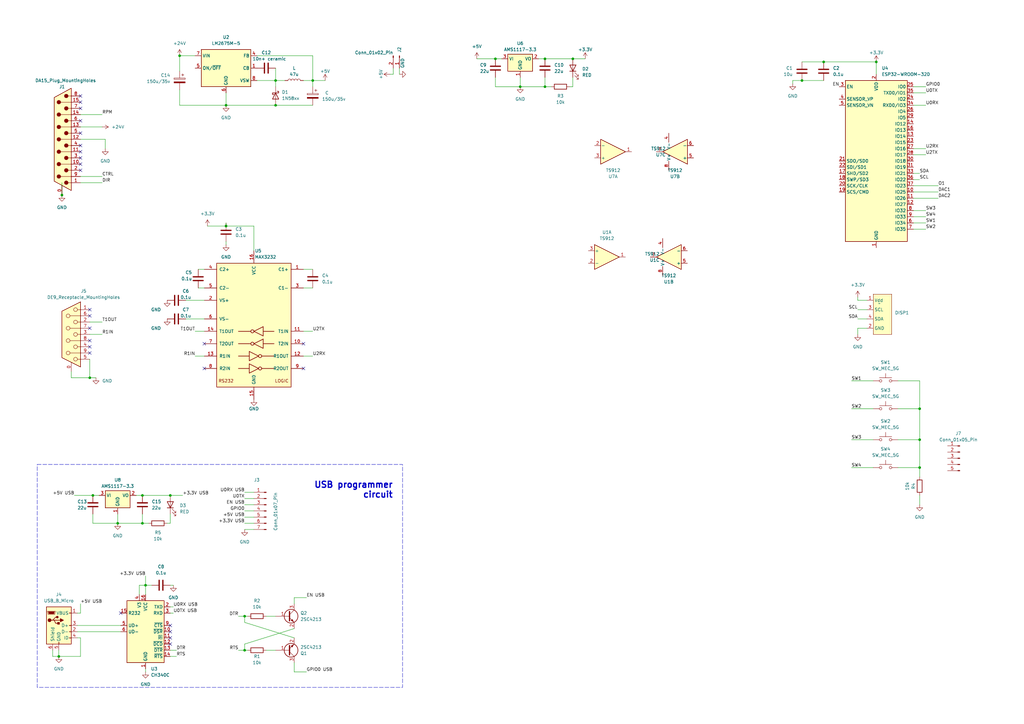
<source format=kicad_sch>
(kicad_sch (version 20230121) (generator eeschema)
  (paper "A3")
  (title_block (title "BLDC_driver") (company "Hubert Kolano"))
  (lib_symbols
    (symbol "Amplifier_Operational:TS912" (pin_names (offset 0.127))
      (property "Reference" "U" (at 0 5.08 0))
      (property "Value" "TS912" (at 0 -5.08 0))
      (symbol "TS912_1_1"
        (pin output line (at 7.62 0 180) (length 2.54) (name "~") (number "1"))
        (pin input line (at -7.62 -2.54 0) (length 2.54) (name "-") (number "2"))
        (pin input line (at -7.62 2.54 0) (length 2.54) (name "+") (number "3"))
      )
      (symbol "TS912_2_1"
        (pin input line (at -7.62 2.54 0) (length 2.54) (name "+") (number "5"))
        (pin input line (at -7.62 -2.54 0) (length 2.54) (name "-") (number "6"))
        (pin output line (at 7.62 0 180) (length 2.54) (name "~") (number "7"))
      )
      (symbol "TS912_3_1"
        (pin power_in line (at -2.54 -7.62 90) (length 3.81) (name "V-") (number "4"))
        (pin power_in line (at -2.54 7.62 270) (length 3.81) (name "V+") (number "8"))
      )
    )
    (symbol "Connector:Conn_01x02_Pin" (pin_names (offset 1.016) hide)
      (property "Reference" "J" (at 0 2.54 0))
      (property "Value" "Conn_01x02_Pin" (at 0 -5.08 0))
      (symbol "Conn_01x02_Pin_1_1"
        (pin passive line (at 5.08 0 180) (length 3.81) (name "Pin_1") (number "1"))
        (pin passive line (at 5.08 -2.54 180) (length 3.81) (name "Pin_2") (number "2"))
      )
    )
    (symbol "Connector:Conn_01x05_Pin" (pin_names (offset 1.016) hide)
      (property "Reference" "J" (at 0 7.62 0))
      (property "Value" "Conn_01x05_Pin" (at 0 -7.62 0))
      (symbol "Conn_01x05_Pin_1_1"
        (pin passive line (at 5.08 5.08 180) (length 3.81) (name "Pin_1") (number "1"))
        (pin passive line (at 5.08 2.54 180) (length 3.81) (name "Pin_2") (number "2"))
        (pin passive line (at 5.08 0 180) (length 3.81) (name "Pin_3") (number "3"))
        (pin passive line (at 5.08 -2.54 180) (length 3.81) (name "Pin_4") (number "4"))
        (pin passive line (at 5.08 -5.08 180) (length 3.81) (name "Pin_5") (number "5"))
      )
    )
    (symbol "Connector:Conn_01x07_Pin" (pin_names (offset 1.016) hide)
      (property "Reference" "J" (at 0 10.16 0))
      (property "Value" "Conn_01x07_Pin" (at 0 -10.16 0))
      (symbol "Conn_01x07_Pin_1_1"
        (pin passive line (at 5.08 7.62 180) (length 3.81) (name "Pin_1") (number "1"))
        (pin passive line (at 5.08 5.08 180) (length 3.81) (name "Pin_2") (number "2"))
        (pin passive line (at 5.08 2.54 180) (length 3.81) (name "Pin_3") (number "3"))
        (pin passive line (at 5.08 0 180) (length 3.81) (name "Pin_4") (number "4"))
        (pin passive line (at 5.08 -2.54 180) (length 3.81) (name "Pin_5") (number "5"))
        (pin passive line (at 5.08 -5.08 180) (length 3.81) (name "Pin_6") (number "6"))
        (pin passive line (at 5.08 -7.62 180) (length 3.81) (name "Pin_7") (number "7"))
      )
    )
    (symbol "Connector:DA15_Plug_MountingHoles" (pin_names (offset 1.016) hide)
      (property "Reference" "J" (at 0 24.13 0))
      (property "Value" "DA15_Plug_MountingHoles" (at 0 22.225 0))
      (symbol "DA15_Plug_MountingHoles_1_1"
        (pin passive line (at 0 -22.86 90) (length 3.81) (name "PAD") (number "0"))
        (pin passive line (at -7.62 -17.78 0) (length 3.81) (name "1") (number "1"))
        (pin passive line (at -7.62 -10.16 0) (length 3.81) (name "P10") (number "10"))
        (pin passive line (at -7.62 -5.08 0) (length 3.81) (name "P111") (number "11"))
        (pin passive line (at -7.62 0 0) (length 3.81) (name "P12") (number "12"))
        (pin passive line (at -7.62 5.08 0) (length 3.81) (name "P13") (number "13"))
        (pin passive line (at -7.62 10.16 0) (length 3.81) (name "P14") (number "14"))
        (pin passive line (at -7.62 15.24 0) (length 3.81) (name "P15") (number "15"))
        (pin passive line (at -7.62 -12.7 0) (length 3.81) (name "2") (number "2"))
        (pin passive line (at -7.62 -7.62 0) (length 3.81) (name "3") (number "3"))
        (pin passive line (at -7.62 -2.54 0) (length 3.81) (name "4") (number "4"))
        (pin passive line (at -7.62 2.54 0) (length 3.81) (name "5") (number "5"))
        (pin passive line (at -7.62 7.62 0) (length 3.81) (name "6") (number "6"))
        (pin passive line (at -7.62 12.7 0) (length 3.81) (name "7") (number "7"))
        (pin passive line (at -7.62 17.78 0) (length 3.81) (name "8") (number "8"))
        (pin passive line (at -7.62 -15.24 0) (length 3.81) (name "P9") (number "9"))
      )
    )
    (symbol "Connector:DE9_Receptacle_MountingHoles" (pin_names (offset 1.016) hide)
      (property "Reference" "J" (at 0 16.51 0))
      (property "Value" "DE9_Receptacle_MountingHoles" (at 0 14.605 0))
      (symbol "DE9_Receptacle_MountingHoles_1_1"
        (pin passive line (at 0 -15.24 90) (length 3.81) (name "PAD") (number "0"))
        (pin passive line (at -7.62 10.16 0) (length 3.81) (name "1") (number "1"))
        (pin passive line (at -7.62 5.08 0) (length 3.81) (name "2") (number "2"))
        (pin passive line (at -7.62 0 0) (length 3.81) (name "3") (number "3"))
        (pin passive line (at -7.62 -5.08 0) (length 3.81) (name "4") (number "4"))
        (pin passive line (at -7.62 -10.16 0) (length 3.81) (name "5") (number "5"))
        (pin passive line (at -7.62 7.62 0) (length 3.81) (name "6") (number "6"))
        (pin passive line (at -7.62 2.54 0) (length 3.81) (name "7") (number "7"))
        (pin passive line (at -7.62 -2.54 0) (length 3.81) (name "8") (number "8"))
        (pin passive line (at -7.62 -7.62 0) (length 3.81) (name "9") (number "9"))
      )
    )
    (symbol "Connector:USB_B_Micro" (pin_names (offset 1.016))
      (property "Reference" "J" (at -5.08 11.43 0))
      (property "Value" "USB_B_Micro" (at -5.08 8.89 0))
      (symbol "USB_B_Micro_1_1"
        (pin power_out line (at 7.62 5.08 180) (length 2.54) (name "VBUS") (number "1"))
        (pin bidirectional line (at 7.62 -2.54 180) (length 2.54) (name "D-") (number "2"))
        (pin bidirectional line (at 7.62 0 180) (length 2.54) (name "D+") (number "3"))
        (pin passive line (at 7.62 -5.08 180) (length 2.54) (name "ID") (number "4"))
        (pin power_out line (at 0 -10.16 90) (length 2.54) (name "GND") (number "5"))
        (pin passive line (at -2.54 -10.16 90) (length 2.54) (name "Shield") (number "6"))
      )
    )
    (symbol "Device:C" (pin_numbers hide) (pin_names (offset 0.254))
      (property "Reference" "C" (at 0.635 2.54 0))
      (property "Value" "C" (at 0.635 -2.54 0))
      (symbol "C_1_1"
        (pin passive line (at 0 3.81 270) (length 2.794) (name "~") (number "1"))
        (pin passive line (at 0 -3.81 90) (length 2.794) (name "~") (number "2"))
      )
    )
    (symbol "Device:C_Polarized" (pin_numbers hide) (pin_names (offset 0.254))
      (property "Reference" "C" (at 0.635 2.54 0))
      (property "Value" "C_Polarized" (at 0.635 -2.54 0))
      (symbol "C_Polarized_1_1"
        (pin passive line (at 0 3.81 270) (length 2.794) (name "~") (number "1"))
        (pin passive line (at 0 -3.81 90) (length 2.794) (name "~") (number "2"))
      )
    )
    (symbol "Device:L" (pin_numbers hide) (pin_names (offset 1.016) hide)
      (property "Reference" "L" (at -1.27 0 90))
      (property "Value" "L" (at 1.905 0 90))
      (symbol "L_1_1"
        (pin passive line (at 0 3.81 270) (length 1.27) (name "1") (number "1"))
        (pin passive line (at 0 -3.81 90) (length 1.27) (name "2") (number "2"))
      )
    )
    (symbol "Device:LED" (pin_numbers hide) (pin_names (offset 1.016) hide)
      (property "Reference" "D" (at 0 2.54 0))
      (property "Value" "LED" (at 0 -2.54 0))
      (symbol "LED_1_1"
        (pin passive line (at -3.81 0 0) (length 2.54) (name "K") (number "1"))
        (pin passive line (at 3.81 0 180) (length 2.54) (name "A") (number "2"))
      )
    )
    (symbol "Device:R" (pin_numbers hide) (pin_names (offset 0))
      (property "Reference" "R" (at 2.032 0 90))
      (property "Value" "R" (at 0 0 90))
      (symbol "R_1_1"
        (pin passive line (at 0 3.81 270) (length 1.27) (name "~") (number "1"))
        (pin passive line (at 0 -3.81 90) (length 1.27) (name "~") (number "2"))
      )
    )
    (symbol "Diode:1N5822" (pin_numbers hide) (pin_names (offset 1.016) hide)
      (property "Reference" "D" (at 0 2.54 0))
      (property "Value" "1N5822" (at 0 -2.54 0))
      (symbol "1N5822_1_1"
        (pin passive line (at -3.81 0 0) (length 2.54) (name "K") (number "1"))
        (pin passive line (at 3.81 0 180) (length 2.54) (name "A") (number "2"))
      )
    )
    (symbol "Interface_UART:MAX3232" (pin_names (offset 1.016))
      (property "Reference" "U" (at -2.54 28.575 0))
      (property "Value" "MAX3232" (at -2.54 26.67 0))
      (symbol "MAX3232_0_0"
        (text "LOGIC" (at -11.43 -22.86 0) (effects (font (size 1.27 1.27))))
        (text "RS232" (at 11.43 -22.86 0) (effects (font (size 1.27 1.27))))
      )
      (symbol "MAX3232_1_1"
        (pin passive line (at -20.32 22.86 0) (length 5.08) (name "C1+") (number "1"))
        (pin input line (at -20.32 -7.62 0) (length 5.08) (name "T2IN") (number "10"))
        (pin input line (at -20.32 -2.54 0) (length 5.08) (name "T1IN") (number "11"))
        (pin output line (at -20.32 -12.7 0) (length 5.08) (name "R1OUT") (number "12"))
        (pin input line (at 20.32 -12.7 180) (length 5.08) (name "R1IN") (number "13"))
        (pin output line (at 20.32 -2.54 180) (length 5.08) (name "T1OUT") (number "14"))
        (pin power_in line (at 0 -30.48 90) (length 5.08) (name "GND") (number "15"))
        (pin power_in line (at 0 30.48 270) (length 5.08) (name "VCC") (number "16"))
        (pin power_out line (at 20.32 10.16 180) (length 5.08) (name "VS+") (number "2"))
        (pin passive line (at -20.32 15.24 0) (length 5.08) (name "C1-") (number "3"))
        (pin passive line (at 20.32 22.86 180) (length 5.08) (name "C2+") (number "4"))
        (pin passive line (at 20.32 15.24 180) (length 5.08) (name "C2-") (number "5"))
        (pin power_out line (at 20.32 2.54 180) (length 5.08) (name "VS-") (number "6"))
        (pin output line (at 20.32 -7.62 180) (length 5.08) (name "T2OUT") (number "7"))
        (pin input line (at 20.32 -17.78 180) (length 5.08) (name "R2IN") (number "8"))
        (pin output line (at -20.32 -17.78 0) (length 5.08) (name "R2OUT") (number "9"))
      )
    )
    (symbol "Interface_USB:CH340C"
      (property "Reference" "U" (at -5.08 13.97 0))
      (property "Value" "CH340C" (at 1.27 13.97 0))
      (symbol "CH340C_1_1"
        (pin power_in line (at 0 -15.24 90) (length 2.54) (name "GND") (number "1"))
        (pin input line (at 10.16 0 180) (length 2.54) (name "~{DSR}") (number "10"))
        (pin input line (at 10.16 -2.54 180) (length 2.54) (name "~{RI}") (number "11"))
        (pin input line (at 10.16 -5.08 180) (length 2.54) (name "~{DCD}") (number "12"))
        (pin output line (at 10.16 -7.62 180) (length 2.54) (name "~{DTR}") (number "13"))
        (pin output line (at 10.16 -10.16 180) (length 2.54) (name "~{RTS}") (number "14"))
        (pin input line (at -10.16 7.62 0) (length 2.54) (name "R232") (number "15"))
        (pin power_in line (at 0 15.24 270) (length 2.54) (name "VCC") (number "16"))
        (pin output line (at 10.16 10.16 180) (length 2.54) (name "TXD") (number "2"))
        (pin input line (at 10.16 7.62 180) (length 2.54) (name "RXD") (number "3"))
        (pin passive line (at -2.54 15.24 270) (length 2.54) (name "V3") (number "4"))
        (pin bidirectional line (at -10.16 2.54 0) (length 2.54) (name "UD+") (number "5"))
        (pin bidirectional line (at -10.16 0 0) (length 2.54) (name "UD-") (number "6"))
        (pin no_connect line (at -7.62 -7.62 0) (length 2.54) hide (name "NC") (number "7"))
        (pin no_connect line (at -7.62 -10.16 0) (length 2.54) hide (name "NC") (number "8"))
        (pin input line (at 10.16 2.54 180) (length 2.54) (name "~{CTS}") (number "9"))
      )
    )
    (symbol "Modules:1.3''_OLED_DISPLAY"
      (property "Reference" "DISP1" (at 6.35 -2.54 0))
      (property "Value" "~" (at 0 1.27 0))
      (symbol "1.3''_OLED_DISPLAY_1_1"
        (pin input line (at -5.08 2.54 0) (length 2.54) (name "Vdd") (number "1"))
        (pin input line (at -5.08 -8.89 0) (length 2.54) (name "GND") (number "2"))
        (pin input line (at -5.08 -1.27 0) (length 2.54) (name "SCL") (number "3"))
        (pin input line (at -5.08 -5.08 0) (length 2.54) (name "SDA") (number "4"))
      )
    )
    (symbol "RF_Module:ESP32-WROOM-32D"
      (property "Reference" "U" (at -12.7 34.29 0))
      (property "Value" "ESP32-WROOM-32D" (at 1.27 34.29 0))
      (symbol "ESP32-WROOM-32D_1_1"
        (pin power_in line (at 0 -35.56 90) (length 2.54) (name "GND") (number "1"))
        (pin bidirectional line (at 15.24 -12.7 180) (length 2.54) (name "IO25") (number "10"))
        (pin bidirectional line (at 15.24 -15.24 180) (length 2.54) (name "IO26") (number "11"))
        (pin bidirectional line (at 15.24 -17.78 180) (length 2.54) (name "IO27") (number "12"))
        (pin bidirectional line (at 15.24 10.16 180) (length 2.54) (name "IO14") (number "13"))
        (pin bidirectional line (at 15.24 15.24 180) (length 2.54) (name "IO12") (number "14"))
        (pin passive line (at 0 -35.56 90) (length 2.54) hide (name "GND") (number "15"))
        (pin bidirectional line (at 15.24 12.7 180) (length 2.54) (name "IO13") (number "16"))
        (pin bidirectional line (at -15.24 -5.08 0) (length 2.54) (name "SHD/SD2") (number "17"))
        (pin bidirectional line (at -15.24 -7.62 0) (length 2.54) (name "SWP/SD3") (number "18"))
        (pin bidirectional line (at -15.24 -12.7 0) (length 2.54) (name "SCS/CMD") (number "19"))
        (pin power_in line (at 0 35.56 270) (length 2.54) (name "VDD") (number "2"))
        (pin bidirectional line (at -15.24 -10.16 0) (length 2.54) (name "SCK/CLK") (number "20"))
        (pin bidirectional line (at -15.24 0 0) (length 2.54) (name "SDO/SD0") (number "21"))
        (pin bidirectional line (at -15.24 -2.54 0) (length 2.54) (name "SDI/SD1") (number "22"))
        (pin bidirectional line (at 15.24 7.62 180) (length 2.54) (name "IO15") (number "23"))
        (pin bidirectional line (at 15.24 25.4 180) (length 2.54) (name "IO2") (number "24"))
        (pin bidirectional line (at 15.24 30.48 180) (length 2.54) (name "IO0") (number "25"))
        (pin bidirectional line (at 15.24 20.32 180) (length 2.54) (name "IO4") (number "26"))
        (pin bidirectional line (at 15.24 5.08 180) (length 2.54) (name "IO16") (number "27"))
        (pin bidirectional line (at 15.24 2.54 180) (length 2.54) (name "IO17") (number "28"))
        (pin bidirectional line (at 15.24 17.78 180) (length 2.54) (name "IO5") (number "29"))
        (pin input line (at -15.24 30.48 0) (length 2.54) (name "EN") (number "3"))
        (pin bidirectional line (at 15.24 0 180) (length 2.54) (name "IO18") (number "30"))
        (pin bidirectional line (at 15.24 -2.54 180) (length 2.54) (name "IO19") (number "31"))
        (pin no_connect line (at -12.7 -27.94 0) (length 2.54) hide (name "NC") (number "32"))
        (pin bidirectional line (at 15.24 -5.08 180) (length 2.54) (name "IO21") (number "33"))
        (pin bidirectional line (at 15.24 22.86 180) (length 2.54) (name "RXD0/IO3") (number "34"))
        (pin bidirectional line (at 15.24 27.94 180) (length 2.54) (name "TXD0/IO1") (number "35"))
        (pin bidirectional line (at 15.24 -7.62 180) (length 2.54) (name "IO22") (number "36"))
        (pin bidirectional line (at 15.24 -10.16 180) (length 2.54) (name "IO23") (number "37"))
        (pin passive line (at 0 -35.56 90) (length 2.54) hide (name "GND") (number "38"))
        (pin passive line (at 0 -35.56 90) (length 2.54) hide (name "GND") (number "39"))
        (pin input line (at -15.24 25.4 0) (length 2.54) (name "SENSOR_VP") (number "4"))
        (pin input line (at -15.24 22.86 0) (length 2.54) (name "SENSOR_VN") (number "5"))
        (pin input line (at 15.24 -25.4 180) (length 2.54) (name "IO34") (number "6"))
        (pin input line (at 15.24 -27.94 180) (length 2.54) (name "IO35") (number "7"))
        (pin bidirectional line (at 15.24 -20.32 180) (length 2.54) (name "IO32") (number "8"))
        (pin bidirectional line (at 15.24 -22.86 180) (length 2.54) (name "IO33") (number "9"))
      )
    )
    (symbol "Regulator_Linear:AMS1117-3.3"
      (property "Reference" "U" (at -3.81 3.175 0))
      (property "Value" "AMS1117-3.3" (at 0 3.175 0))
      (symbol "AMS1117-3.3_1_1"
        (pin power_in line (at 0 -7.62 90) (length 2.54) (name "GND") (number "1"))
        (pin power_out line (at 7.62 0 180) (length 2.54) (name "VO") (number "2"))
        (pin power_in line (at -7.62 0 0) (length 2.54) (name "VI") (number "3"))
      )
    )
    (symbol "Regulator_Switching:LM2675M-5"
      (property "Reference" "U" (at -10.16 8.89 0))
      (property "Value" "LM2675M-5" (at 0 8.89 0))
      (symbol "LM2675M-5_1_1"
        (pin input line (at 12.7 0 180) (length 2.54) (name "CB") (number "1"))
        (pin no_connect line (at -10.16 -2.54 0) (length 2.54) hide (name "NC") (number "2"))
        (pin no_connect line (at -10.16 -5.08 0) (length 2.54) hide (name "NC") (number "3"))
        (pin input line (at 12.7 5.08 180) (length 2.54) (name "FB") (number "4"))
        (pin input line (at -12.7 0 0) (length 2.54) (name "ON/~{OFF}") (number "5"))
        (pin power_in line (at 0 -10.16 90) (length 2.54) (name "GND") (number "6"))
        (pin power_in line (at -12.7 5.08 0) (length 2.54) (name "VIN") (number "7"))
        (pin output line (at 12.7 -5.08 180) (length 2.54) (name "VSW") (number "8"))
      )
    )
    (symbol "Switch:SW_MEC_5G" (pin_numbers hide) (pin_names (offset 1.016) hide)
      (property "Reference" "SW" (at 1.27 2.54 0))
      (property "Value" "SW_MEC_5G" (at 0 -1.524 0))
      (symbol "SW_MEC_5G_0_1"
        (pin passive line (at -5.08 0 0) (length 2.54) (name "A") (number "1"))
        (pin passive line (at 5.08 0 180) (length 2.54) (name "B") (number "3"))
      )
      (symbol "SW_MEC_5G_1_1"
        (pin passive line (at -5.08 0 0) (length 2.54) hide (name "A") (number "2"))
        (pin passive line (at 5.08 0 180) (length 2.54) hide (name "B") (number "4"))
      )
    )
    (symbol "Transistor_BJT:2SC4213" (pin_names (offset 0) hide)
      (property "Reference" "Q" (at 5.08 1.905 0))
      (property "Value" "2SC4213" (at 5.08 0 0))
      (symbol "2SC4213_1_1"
        (pin input line (at -5.08 0 0) (length 5.715) (name "B") (number "1"))
        (pin passive line (at 2.54 -5.08 90) (length 2.54) (name "E") (number "2"))
        (pin passive line (at 2.54 5.08 270) (length 2.54) (name "C") (number "3"))
      )
    )
    (symbol "power:+24V" (power) (pin_names (offset 0))
      (property "Value" "+24V" (at 0 3.556 0))
      (symbol "+24V_1_1"
        (pin power_in line (at 0 0 90) (length 0) hide (name "+24V") (number "1"))
      )
    )
    (symbol "power:+3.3V" (power) (pin_names (offset 0))
      (property "Value" "+3.3V" (at 0 3.556 0))
      (symbol "+3.3V_1_1"
        (pin power_in line (at 0 0 90) (length 0) hide (name "+3.3V") (number "1"))
      )
    )
    (symbol "power:+5V" (power) (pin_names (offset 0))
      (property "Value" "+5V" (at 0 3.556 0))
      (symbol "+5V_1_1"
        (pin power_in line (at 0 0 90) (length 0) hide (name "+5V") (number "1"))
      )
    )
    (symbol "power:GND" (power) (pin_names (offset 0))
      (property "Value" "GND" (at 0 -3.81 0))
      (symbol "GND_1_1"
        (pin power_in line (at 0 0 270) (length 0) hide (name "GND") (number "1"))
      )
    )
  )
  (junction (at 59.69 240.03))
  (junction (at 377.19 191.77))
  (junction (at 203.2 24.13))
  (junction (at 113.03 43.18))
  (junction (at 58.42 214.63))
  (junction (at 92.71 92.71))
  (junction (at 69.85 203.2))
  (junction (at 38.1 203.2))
  (junction (at 377.19 180.34))
  (junction (at 128.27 33.02))
  (junction (at 25.4 80.01))
  (junction (at 73.66 22.86))
  (junction (at 337.82 25.4))
  (junction (at 213.36 35.56))
  (junction (at 113.03 33.02))
  (junction (at 223.52 24.13))
  (junction (at 92.71 43.18))
  (junction (at 24.13 269.24))
  (junction (at 48.26 214.63))
  (junction (at 223.52 35.56))
  (junction (at 100.33 266.7))
  (junction (at 359.41 25.4))
  (junction (at 36.83 154.94))
  (junction (at 328.93 33.02))
  (junction (at 58.42 203.2))
  (junction (at 234.95 24.13))
  (junction (at 377.19 167.64))
  (junction (at 100.33 252.73))
  (no_connect (at 124.46 140.97))
  (no_connect (at 33.02 49.53))
  (no_connect (at 83.82 140.97))
  (no_connect (at 36.83 129.54))
  (no_connect (at 36.83 142.24))
  (no_connect (at 33.02 41.91))
  (no_connect (at 33.02 67.31))
  (no_connect (at 33.02 54.61))
  (no_connect (at 36.83 144.78))
  (no_connect (at 33.02 44.45))
  (no_connect (at 124.46 151.13))
  (no_connect (at 49.53 251.46))
  (no_connect (at 33.02 69.85))
  (no_connect (at 36.83 127))
  (no_connect (at 69.85 259.08))
  (no_connect (at 36.83 139.7))
  (no_connect (at 83.82 151.13))
  (no_connect (at 69.85 256.54))
  (no_connect (at 33.02 64.77))
  (no_connect (at 33.02 39.37))
  (no_connect (at 69.85 261.62))
  (no_connect (at 33.02 59.69))
  (no_connect (at 33.02 62.23))
  (no_connect (at 69.85 264.16))
  (no_connect (at 36.83 134.62))
  (wire (pts (xy 233.68 35.56) (xy 234.95 35.56)))
  (wire (pts (xy 21.59 269.24) (xy 24.13 269.24)))
  (wire (pts (xy 72.39 266.7) (xy 69.85 266.7)))
  (wire (pts (xy 92.71 38.1) (xy 92.71 43.18)))
  (wire (pts (xy 69.85 203.2) (xy 74.93 203.2)))
  (wire (pts (xy 36.83 132.08) (xy 41.91 132.08)))
  (wire (pts (xy 124.46 135.89) (xy 128.27 135.89)))
  (wire (pts (xy 38.1 214.63) (xy 48.26 214.63)))
  (wire (pts (xy 100.33 207.01) (xy 104.14 207.01)))
  (wire (pts (xy 73.66 22.86) (xy 80.01 22.86)))
  (wire (pts (xy 85.09 92.71) (xy 92.71 92.71)))
  (wire (pts (xy 355.6 123.19) (xy 351.79 123.19)))
  (wire (pts (xy 100.33 264.16) (xy 120.65 257.81)))
  (wire (pts (xy 83.82 118.11) (xy 81.28 118.11)))
  (wire (pts (xy 33.02 261.62) (xy 31.75 261.62)))
  (wire (pts (xy 203.2 24.13) (xy 205.74 24.13)))
  (wire (pts (xy 104.14 102.87) (xy 104.14 92.71)))
  (wire (pts (xy 36.83 137.16) (xy 41.91 137.16)))
  (wire (pts (xy 57.15 240.03) (xy 59.69 240.03)))
  (wire (pts (xy 355.6 134.62) (xy 351.79 134.62)))
  (wire (pts (xy 100.33 212.09) (xy 104.14 212.09)))
  (wire (pts (xy 68.58 214.63) (xy 69.85 214.63)))
  (wire (pts (xy 349.25 191.77) (xy 358.14 191.77)))
  (wire (pts (xy 374.65 76.2) (xy 384.81 76.2)))
  (wire (pts (xy 377.19 180.34) (xy 377.19 191.77)))
  (wire (pts (xy 113.03 27.94) (xy 113.03 33.02)))
  (wire (pts (xy 351.79 123.19) (xy 351.79 121.92)))
  (wire (pts (xy 377.19 167.64) (xy 377.19 156.21)))
  (wire (pts (xy 351.79 130.81) (xy 355.6 130.81)))
  (wire (pts (xy 58.42 214.63) (xy 58.42 210.82)))
  (wire (pts (xy 105.41 33.02) (xy 113.03 33.02)))
  (wire (pts (xy 128.27 110.49) (xy 124.46 110.49)))
  (wire (pts (xy 351.79 127) (xy 355.6 127)))
  (wire (pts (xy 59.69 240.03) (xy 62.23 240.03)))
  (wire (pts (xy 31.75 259.08) (xy 49.53 259.08)))
  (wire (pts (xy 379.73 43.18) (xy 374.65 43.18)))
  (wire (pts (xy 128.27 33.02) (xy 133.35 33.02)))
  (wire (pts (xy 374.65 81.28) (xy 384.81 81.28)))
  (wire (pts (xy 234.95 24.13) (xy 240.03 24.13)))
  (wire (pts (xy 31.75 256.54) (xy 49.53 256.54)))
  (wire (pts (xy 325.12 33.02) (xy 325.12 34.29)))
  (wire (pts (xy 36.83 154.94) (xy 36.83 147.32)))
  (wire (pts (xy 33.02 46.99) (xy 41.91 46.99)))
  (wire (pts (xy 213.36 35.56) (xy 223.52 35.56)))
  (wire (pts (xy 97.79 252.73) (xy 100.33 252.73)))
  (wire (pts (xy 223.52 35.56) (xy 226.06 35.56)))
  (wire (pts (xy 374.65 78.74) (xy 384.81 78.74)))
  (wire (pts (xy 195.58 24.13) (xy 203.2 24.13)))
  (wire (pts (xy 73.66 36.83) (xy 73.66 43.18)))
  (wire (pts (xy 31.75 251.46) (xy 33.02 251.46)))
  (wire (pts (xy 349.25 156.21) (xy 358.14 156.21)))
  (wire (pts (xy 374.65 63.5) (xy 379.73 63.5)))
  (wire (pts (xy 73.66 43.18) (xy 92.71 43.18)))
  (wire (pts (xy 29.21 152.4) (xy 29.21 154.94)))
  (wire (pts (xy 234.95 35.56) (xy 234.95 31.75)))
  (wire (pts (xy 72.39 269.24) (xy 69.85 269.24)))
  (wire (pts (xy 80.01 146.05) (xy 83.82 146.05)))
  (wire (pts (xy 374.65 71.12) (xy 377.19 71.12)))
  (wire (pts (xy 33.02 72.39) (xy 41.91 72.39)))
  (wire (pts (xy 120.65 271.78) (xy 120.65 275.59)))
  (wire (pts (xy 374.65 60.96) (xy 379.73 60.96)))
  (wire (pts (xy 83.82 130.81) (xy 76.2 130.81)))
  (wire (pts (xy 38.1 210.82) (xy 38.1 214.63)))
  (wire (pts (xy 113.03 252.73) (xy 109.22 252.73)))
  (wire (pts (xy 33.02 52.07) (xy 41.91 52.07)))
  (wire (pts (xy 379.73 38.1) (xy 374.65 38.1)))
  (wire (pts (xy 33.02 261.62) (xy 33.02 269.24)))
  (wire (pts (xy 83.82 123.19) (xy 76.2 123.19)))
  (wire (pts (xy 374.65 91.44) (xy 379.73 91.44)))
  (wire (pts (xy 69.85 214.63) (xy 69.85 210.82)))
  (wire (pts (xy 113.03 266.7) (xy 109.22 266.7)))
  (wire (pts (xy 349.25 180.34) (xy 358.14 180.34)))
  (wire (pts (xy 30.48 203.2) (xy 38.1 203.2)))
  (wire (pts (xy 43.18 57.15) (xy 43.18 60.96)))
  (wire (pts (xy 92.71 92.71) (xy 104.14 92.71)))
  (wire (pts (xy 58.42 214.63) (xy 60.96 214.63)))
  (wire (pts (xy 377.19 191.77) (xy 377.19 195.58)))
  (wire (pts (xy 21.59 266.7) (xy 21.59 269.24)))
  (wire (pts (xy 337.82 25.4) (xy 359.41 25.4)))
  (wire (pts (xy 92.71 100.33) (xy 92.71 99.06)))
  (wire (pts (xy 100.33 266.7) (xy 101.6 266.7)))
  (wire (pts (xy 100.33 252.73) (xy 101.6 252.73)))
  (wire (pts (xy 100.33 255.27) (xy 120.65 261.62)))
  (wire (pts (xy 38.1 203.2) (xy 40.64 203.2)))
  (wire (pts (xy 223.52 35.56) (xy 223.52 31.75)))
  (wire (pts (xy 113.03 33.02) (xy 116.84 33.02)))
  (wire (pts (xy 124.46 33.02) (xy 128.27 33.02)))
  (wire (pts (xy 220.98 24.13) (xy 223.52 24.13)))
  (wire (pts (xy 120.65 275.59) (xy 125.73 275.59)))
  (wire (pts (xy 57.15 243.84) (xy 57.15 240.03)))
  (wire (pts (xy 163.83 30.48) (xy 163.83 27.94)))
  (wire (pts (xy 33.02 269.24) (xy 24.13 269.24)))
  (wire (pts (xy 48.26 214.63) (xy 58.42 214.63)))
  (wire (pts (xy 24.13 266.7) (xy 24.13 269.24)))
  (wire (pts (xy 203.2 35.56) (xy 213.36 35.56)))
  (wire (pts (xy 69.85 251.46) (xy 71.12 251.46)))
  (wire (pts (xy 100.33 201.93) (xy 104.14 201.93)))
  (wire (pts (xy 58.42 203.2) (xy 69.85 203.2)))
  (wire (pts (xy 120.65 245.11) (xy 125.73 245.11)))
  (wire (pts (xy 377.19 203.2) (xy 377.19 207.01)))
  (wire (pts (xy 128.27 118.11) (xy 124.46 118.11)))
  (wire (pts (xy 92.71 92.71) (xy 92.71 91.44)))
  (wire (pts (xy 100.33 214.63) (xy 104.14 214.63)))
  (wire (pts (xy 100.33 252.73) (xy 100.33 255.27)))
  (wire (pts (xy 36.83 154.94) (xy 39.37 154.94)))
  (wire (pts (xy 374.65 86.36) (xy 379.73 86.36)))
  (wire (pts (xy 328.93 33.02) (xy 325.12 33.02)))
  (wire (pts (xy 55.88 203.2) (xy 58.42 203.2)))
  (wire (pts (xy 33.02 74.93) (xy 41.91 74.93)))
  (wire (pts (xy 328.93 25.4) (xy 337.82 25.4)))
  (wire (pts (xy 349.25 167.64) (xy 358.14 167.64)))
  (wire (pts (xy 351.79 134.62) (xy 351.79 137.16)))
  (wire (pts (xy 203.2 31.75) (xy 203.2 35.56)))
  (wire (pts (xy 368.3 191.77) (xy 377.19 191.77)))
  (wire (pts (xy 100.33 266.7) (xy 100.33 264.16)))
  (wire (pts (xy 374.65 93.98) (xy 379.73 93.98)))
  (wire (pts (xy 105.41 22.86) (xy 128.27 22.86)))
  (wire (pts (xy 374.65 73.66) (xy 377.19 73.66)))
  (wire (pts (xy 368.3 167.64) (xy 377.19 167.64)))
  (wire (pts (xy 374.65 88.9) (xy 379.73 88.9)))
  (wire (pts (xy 161.29 27.94) (xy 161.29 30.48)))
  (wire (pts (xy 59.69 274.32) (xy 59.69 275.59)))
  (wire (pts (xy 100.33 217.17) (xy 104.14 217.17)))
  (wire (pts (xy 29.21 154.94) (xy 36.83 154.94)))
  (wire (pts (xy 113.03 35.56) (xy 113.03 33.02)))
  (wire (pts (xy 92.71 43.18) (xy 113.03 43.18)))
  (wire (pts (xy 128.27 33.02) (xy 128.27 35.56)))
  (wire (pts (xy 80.01 135.89) (xy 83.82 135.89)))
  (wire (pts (xy 368.3 180.34) (xy 377.19 180.34)))
  (wire (pts (xy 100.33 204.47) (xy 104.14 204.47)))
  (wire (pts (xy 25.4 74.93) (xy 25.4 80.01)))
  (wire (pts (xy 83.82 110.49) (xy 81.28 110.49)))
  (wire (pts (xy 161.29 30.48) (xy 160.02 30.48)))
  (wire (pts (xy 69.85 248.92) (xy 71.12 248.92)))
  (wire (pts (xy 223.52 24.13) (xy 234.95 24.13)))
  (wire (pts (xy 33.02 251.46) (xy 33.02 247.65)))
  (wire (pts (xy 128.27 22.86) (xy 128.27 33.02)))
  (wire (pts (xy 59.69 240.03) (xy 59.69 243.84)))
  (wire (pts (xy 59.69 236.22) (xy 59.69 240.03)))
  (wire (pts (xy 97.79 266.7) (xy 100.33 266.7)))
  (wire (pts (xy 213.36 31.75) (xy 213.36 35.56)))
  (wire (pts (xy 379.73 35.56) (xy 374.65 35.56)))
  (wire (pts (xy 113.03 43.18) (xy 128.27 43.18)))
  (wire (pts (xy 124.46 146.05) (xy 128.27 146.05)))
  (wire (pts (xy 377.19 156.21) (xy 368.3 156.21)))
  (wire (pts (xy 100.33 209.55) (xy 104.14 209.55)))
  (wire (pts (xy 328.93 33.02) (xy 337.82 33.02)))
  (wire (pts (xy 73.66 29.21) (xy 73.66 22.86)))
  (wire (pts (xy 120.65 247.65) (xy 120.65 245.11)))
  (wire (pts (xy 33.02 57.15) (xy 43.18 57.15)))
  (wire (pts (xy 377.19 180.34) (xy 377.19 167.64)))
  (wire (pts (xy 48.26 210.82) (xy 48.26 214.63)))
  (wire (pts (xy 71.12 240.03) (xy 69.85 240.03)))
  (wire (pts (xy 359.41 30.48) (xy 359.41 25.4)))
  (rectangle (start 15.24 190.5) (end 165.1 281.94) (stroke (width 0) (type dash)))
  (rectangle (start 161.29 281.94) (end 161.29 281.94))
  (text "USB programmer\ncircuit" (at 161.29 204.47 0) (effects (font (size 2.5 2.5) (thickness 0.5) bold) (justify right bottom)))
  (label "+5V USB" (at 30.48 203.2 180))
  (label "EN" (at 344.17 35.56 180))
  (label "SDA" (at 351.79 130.81 180))
  (label "O1" (at 384.81 76.2 0))
  (label "RPM" (at 41.91 46.99 0))
  (label "SCL" (at 377.19 73.66 0))
  (label "U0RX USB" (at 71.12 248.92 0))
  (label "SW4" (at 349.25 191.77 0))
  (label "U2TX" (at 379.73 63.5 0))
  (label "U2TX" (at 128.27 135.89 0))
  (label "U2RX" (at 128.27 146.05 0))
  (label "U0TX" (at 100.33 204.47 180))
  (label "DIR" (at 41.91 74.93 0))
  (label "T1OUT" (at 41.91 132.08 0))
  (label "DAC2" (at 384.81 81.28 0))
  (label "U0RX USB" (at 100.33 201.93 180))
  (label "SW2" (at 379.73 93.98 0))
  (label "R1IN" (at 41.91 137.16 0))
  (label "T1OUT" (at 80.01 135.89 180))
  (label "SW3" (at 349.25 180.34 0))
  (label "RTS" (at 72.39 269.24 0))
  (label "+5V USB" (at 33.02 247.65 0))
  (label "R1IN" (at 80.01 146.05 180))
  (label "SW4" (at 379.73 88.9 0))
  (label "U2RX" (at 379.73 60.96 0))
  (label "SW1" (at 349.25 156.21 0))
  (label "U0TX USB" (at 71.12 251.46 0))
  (label "DTR" (at 97.79 252.73 180))
  (label "SDA" (at 377.19 71.12 0))
  (label "GPIO0" (at 379.73 35.56 0))
  (label "GPIO0 USB" (at 125.73 275.59 0))
  (label "RTS" (at 97.79 266.7 180))
  (label "U0TX" (at 379.73 38.1 0))
  (label "DTR" (at 72.39 266.7 0))
  (label "EN USB" (at 100.33 207.01 180))
  (label "SW3" (at 379.73 86.36 0))
  (label "DAC1" (at 384.81 78.74 0))
  (label "SW2" (at 349.25 167.64 0))
  (label "+3.3V USB" (at 100.33 214.63 180))
  (label "+5V USB" (at 100.33 212.09 180))
  (label "+3.3V USB" (at 74.93 203.2 0))
  (label "U0RX" (at 379.73 43.18 0))
  (label "+3.3V USB" (at 59.69 236.22 180))
  (label "SW1" (at 379.73 91.44 0))
  (label "SCL" (at 351.79 127 180))
  (label "CTRL" (at 41.91 72.39 0))
  (label "EN USB" (at 125.73 245.11 0))
  (label "GPIO0" (at 100.33 209.55 180))
  (symbol (lib_id "Connector:DE9_Receptacle_MountingHoles") (at 29.21 137.16 0) (mirror y) (unit 1)
    (property "Reference" "J5" (at 34.29 119.38 0))
    (property "Value" "DE9_Receptacle_MountingHoles" (at 34.29 121.92 0))
    (property "Datasheet" " ~" (effects hide))
  )
  (symbol (lib_id "Connector:Conn_01x05_Pin") (at 393.7 187.96 0) (mirror y) (unit 1)
    (property "Reference" "J7" (at 393.065 177.8 0))
    (property "Value" "Conn_01x05_Pin" (at 393.065 180.34 0))
  )
  (symbol (lib_id "power:GND") (at 163.83 30.48 90) (mirror x) (unit 1)
    (property "Reference" "#PWR04" (effects hide))
    (property "Value" "GND" (at 165.1 27.94 0) (effects (justify right)))
  )
  (symbol (lib_id "Transistor_BJT:2SC4213") (at 118.11 252.73 0) (unit 1)
    (property "Reference" "Q2" (at 123.19 251.46 0) (effects (justify left)))
    (property "Value" "2SC4213" (at 123.19 254 0) (effects (justify left)))
    (property "Footprint" "Package_TO_SOT_SMD:SOT-323_SC-70" (effects hide))
    (property "Datasheet" "https://toshiba.semicon-storage.com/info/docget.jsp?did=19305&prodName=2SC4213" (effects hide))
  )
  (symbol (lib_id "Device:C") (at 66.04 240.03 90) (unit 1)
    (property "Reference" "C8" (at 66.04 232.41 90))
    (property "Value" "0.1u" (at 66.04 234.95 90))
  )
  (symbol (lib_id "Transistor_BJT:2SC4213") (at 118.11 266.7 0) (mirror x) (unit 1)
    (property "Reference" "Q1" (at 123.19 267.97 0) (effects (justify left)))
    (property "Value" "2SC4213" (at 123.19 265.43 0) (effects (justify left)))
    (property "Footprint" "Package_TO_SOT_SMD:SOT-323_SC-70" (effects hide))
    (property "Datasheet" "https://toshiba.semicon-storage.com/info/docget.jsp?did=19305&prodName=2SC4213" (effects hide))
  )
  (symbol (lib_id "Device:C_Polarized") (at 73.66 33.02 0) (mirror y) (unit 1)
    (property "Reference" "C14" (at 69.85 30.861 0) (effects (justify left)))
    (property "Value" "150u/35v" (at 69.85 33.401 0) (effects (justify left)))
  )
  (symbol (lib_id "power:+3.3V") (at 351.79 121.92 0) (unit 1)
    (property "Reference" "#PWR028" (effects hide))
    (property "Value" "+3.3V" (at 351.79 116.84 0))
  )
  (symbol (lib_id "power:GND") (at 377.19 207.01 0) (unit 1)
    (property "Reference" "#PWR030" (effects hide))
    (property "Value" "GND" (at 377.19 212.09 0))
  )
  (symbol (lib_id "Device:L") (at 120.65 33.02 90) (unit 1)
    (property "Reference" "47u" (at 120.65 30.48 90))
    (property "Value" "L" (at 120.65 27.94 90))
  )
  (symbol (lib_id "Connector:Conn_01x07_Pin") (at 109.22 209.55 0) (mirror y) (unit 1)
    (property "Reference" "J3" (at 104.14 196.85 0) (effects (justify right)))
    (property "Value" "Conn_01x07_Pin" (at 113.03 201.93 90) (effects (justify right)))
  )
  (symbol (lib_id "Device:LED") (at 69.85 207.01 90) (unit 1)
    (property "Reference" "D3" (at 73.66 207.3275 90) (effects (justify right)))
    (property "Value" "RED" (at 73.66 209.8675 90) (effects (justify right)))
  )
  (symbol (lib_id "power:+3.3V") (at 359.41 25.4 0) (unit 1)
    (property "Reference" "#PWR021" (effects hide))
    (property "Value" "+3.3V" (at 359.41 21.59 0))
  )
  (symbol (lib_id "power:GND") (at 68.58 123.19 0) (mirror y) (unit 1)
    (property "Reference" "#PWR07" (effects hide))
    (property "Value" "GND" (at 66.04 127 0) (effects (justify left)))
  )
  (symbol (lib_id "Device:R") (at 229.87 35.56 270) (unit 1)
    (property "Reference" "R3" (at 229.87 39.37 90))
    (property "Value" "10k" (at 229.87 41.91 90))
  )
  (symbol (lib_id "Amplifier_Operational:TS912") (at 269.24 105.41 180) (unit 3)
    (property "Reference" "U1" (at 270.51 106.68 0) (effects (justify left)))
    (property "Value" "TS912" (at 270.51 104.14 0) (effects (justify left)))
    (property "Datasheet" "www.st.com/resource/en/datasheet/ts912.pdf" (effects hide))
  )
  (symbol (lib_id "Regulator_Linear:AMS1117-3.3") (at 48.26 203.2 0) (unit 1)
    (property "Reference" "U8" (at 48.26 196.85 0))
    (property "Value" "AMS1117-3.3" (at 48.26 199.39 0))
    (property "Footprint" "Package_TO_SOT_SMD:SOT-223-3_TabPin2" (effects hide))
    (property "Datasheet" "http://www.advanced-monolithic.com/pdf/ds1117.pdf" (effects hide))
  )
  (symbol (lib_id "power:+3.3V") (at 85.09 92.71 0) (unit 1)
    (property "Reference" "#PWR09" (effects hide))
    (property "Value" "+3.3V" (at 85.09 87.63 0))
  )
  (symbol (lib_id "Device:C") (at 81.28 114.3 0) (mirror y) (unit 1)
    (property "Reference" "C5" (at 78.74 111.76 0) (effects (justify left)))
    (property "Value" "0.1u" (at 78.74 114.3 0) (effects (justify left)))
  )
  (symbol (lib_id "Device:C") (at 223.52 27.94 0) (unit 1)
    (property "Reference" "C10" (at 227.33 26.67 0) (effects (justify left)))
    (property "Value" "22u" (at 227.33 29.21 0) (effects (justify left)))
  )
  (symbol (lib_id "Device:C") (at 72.39 130.81 270) (mirror x) (unit 1)
    (property "Reference" "C7" (at 76.2 127 90))
    (property "Value" "0.1u" (at 76.2 129.54 90))
  )
  (symbol (lib_id "Device:R") (at 377.19 199.39 0) (unit 1)
    (property "Reference" "R4" (at 374.65 199.39 90))
    (property "Value" "10k" (at 372.11 199.39 90))
  )
  (symbol (lib_id "Switch:SW_MEC_5G") (at 363.22 180.34 0) (unit 1)
    (property "Reference" "SW2" (at 363.22 172.72 0))
    (property "Value" "SW_MEC_5G" (at 363.22 175.26 0))
    (property "Datasheet" "http://www.apem.com/int/index.php?controller=attachment&id_attachment=488" (effects hide))
  )
  (symbol (lib_id "Amplifier_Operational:TS912") (at 271.78 62.23 180) (unit 3)
    (property "Reference" "U7" (at 273.05 63.5 0) (effects (justify left)))
    (property "Value" "TS912" (at 273.05 60.96 0) (effects (justify left)))
    (property "Datasheet" "www.st.com/resource/en/datasheet/ts912.pdf" (effects hide))
  )
  (symbol (lib_id "Modules:1.3''_OLED_DISPLAY") (at 360.68 125.73 0) (unit 1)
    (property "Reference" "DISP1" (at 367.03 128.27 0) (effects (justify left)))
    (property "Value" "~" (at 360.68 124.46 0))
  )
  (symbol (lib_id "power:GND") (at 43.18 60.96 0) (mirror y) (unit 1)
    (property "Reference" "#PWR03" (effects hide))
    (property "Value" "GND" (at 43.18 66.04 0))
  )
  (symbol (lib_id "power:GND") (at 100.33 217.17 0) (unit 1)
    (property "Reference" "#PWR023" (effects hide))
    (property "Value" "GND" (at 100.33 222.25 0))
  )
  (symbol (lib_id "power:GND") (at 24.13 269.24 0) (unit 1)
    (property "Reference" "#PWR011" (effects hide))
    (property "Value" "GND" (at 24.13 274.32 0))
  )
  (symbol (lib_id "power:GND") (at 213.36 35.56 0) (unit 1)
    (property "Reference" "#PWR018" (effects hide))
    (property "Value" "GND" (at 213.36 40.64 0))
  )
  (symbol (lib_id "power:+5V") (at 195.58 24.13 0) (unit 1)
    (property "Reference" "#PWR020" (effects hide))
    (property "Value" "+5V" (at 195.58 19.05 0))
  )
  (symbol (lib_id "power:GND") (at 71.12 240.03 0) (unit 1)
    (property "Reference" "#PWR014" (effects hide))
    (property "Value" "GND" (at 71.12 245.11 0))
  )
  (symbol (lib_id "Device:C_Polarized") (at 128.27 39.37 0) (mirror y) (unit 1)
    (property "Reference" "150u/35v" (at 132.08 40.64 0) (effects (justify right)))
    (property "Value" "C" (at 133.35 38.1 0) (effects (justify right)))
  )
  (symbol (lib_id "Device:C") (at 328.93 29.21 0) (unit 1)
    (property "Reference" "C1" (at 325.12 27.94 0) (effects (justify right)))
    (property "Value" "10u" (at 325.12 30.48 0) (effects (justify right)))
  )
  (symbol (lib_id "Connector:Conn_01x02_Pin") (at 163.83 22.86 270) (unit 1)
    (property "Reference" "J2" (at 163.83 21.59 0) (effects (justify right)))
    (property "Value" "Conn_01x02_Pin" (at 161.29 21.59 90) (effects (justify right)))
    (property "Footprint" "Connector_PinHeader_2.54mm:PinHeader_1x02_P2.54mm_Vertical" (effects hide))
  )
  (symbol (lib_id "power:GND") (at 351.79 137.16 0) (unit 1)
    (property "Reference" "#PWR029" (effects hide))
    (property "Value" "GND" (at 351.79 142.24 0))
  )
  (symbol (lib_id "Connector:USB_B_Micro") (at 24.13 256.54 0) (unit 1)
    (property "Reference" "J4" (at 24.13 243.84 0))
    (property "Value" "USB_B_Micro" (at 24.13 246.38 0))
  )
  (symbol (lib_id "power:GND") (at 39.37 154.94 0) (mirror y) (unit 1)
    (property "Reference" "#PWR016" (effects hide))
    (property "Value" "GND" (at 41.91 156.21 0) (effects (justify right)))
  )
  (symbol (lib_id "Device:R") (at 105.41 266.7 90) (unit 1)
    (property "Reference" "R1" (at 105.41 269.24 90))
    (property "Value" "10k" (at 105.41 271.78 90))
  )
  (symbol (lib_id "Device:C") (at 92.71 95.25 0) (unit 1)
    (property "Reference" "C3" (at 96.52 93.98 0) (effects (justify left)))
    (property "Value" "0.1u" (at 96.52 96.52 0) (effects (justify left)))
  )
  (symbol (lib_id "Device:C") (at 128.27 114.3 0) (mirror y) (unit 1)
    (property "Reference" "C4" (at 132.08 113.03 0) (effects (justify right)))
    (property "Value" "0.1u" (at 132.08 115.57 0) (effects (justify right)))
  )
  (symbol (lib_id "RF_Module:ESP32-WROOM-32D") (at 359.41 66.04 0) (unit 1)
    (property "Reference" "U4" (at 361.6041 27.94 0) (effects (justify left)))
    (property "Value" "ESP32-WROOM-32D" (at 361.6041 30.48 0) (effects (justify left)))
    (property "Footprint" "RF_Module:ESP32-WROOM-32D" (effects hide))
    (property "Datasheet" "https://www.espressif.com/sites/default/files/documentation/esp32-wroom-32d_esp32-wroom-32u_datasheet_en.pdf" (effects hide))
  )
  (symbol (lib_id "Device:R") (at 105.41 252.73 90) (unit 1)
    (property "Reference" "R2" (at 105.41 246.38 90))
    (property "Value" "10k" (at 105.41 248.92 90))
  )
  (symbol (lib_id "Amplifier_Operational:TS912") (at 248.92 105.41 0) (unit 1)
    (property "Reference" "U1" (at 248.92 95.25 0))
    (property "Value" "TS912" (at 248.92 97.79 0))
    (property "Datasheet" "www.st.com/resource/en/datasheet/ts912.pdf" (effects hide))
  )
  (symbol (lib_id "Device:C") (at 38.1 207.01 0) (unit 1)
    (property "Reference" "C13" (at 31.75 205.74 0) (effects (justify left)))
    (property "Value" "22u" (at 31.75 208.28 0) (effects (justify left)))
  )
  (symbol (lib_id "power:GND") (at 48.26 214.63 0) (unit 1)
    (property "Reference" "#PWR033" (effects hide))
    (property "Value" "GND" (at 48.26 219.71 0))
  )
  (symbol (lib_id "Device:C") (at 337.82 29.21 0) (unit 1)
    (property "Reference" "C2" (at 341.63 27.94 0) (effects (justify left)))
    (property "Value" "0.1u" (at 341.63 30.48 0) (effects (justify left)))
  )
  (symbol (lib_id "Device:C") (at 203.2 27.94 0) (unit 1)
    (property "Reference" "C9" (at 196.85 26.67 0) (effects (justify left)))
    (property "Value" "22u" (at 196.85 29.21 0) (effects (justify left)))
  )
  (symbol (lib_id "Device:R") (at 64.77 214.63 270) (unit 1)
    (property "Reference" "R5" (at 64.77 218.44 90))
    (property "Value" "10k" (at 64.77 220.98 90))
  )
  (symbol (lib_id "Device:C") (at 72.39 123.19 270) (mirror x) (unit 1)
    (property "Reference" "C6" (at 76.2 119.38 90))
    (property "Value" "0.1u" (at 76.2 121.92 90))
  )
  (symbol (lib_id "Amplifier_Operational:TS912") (at 274.32 105.41 180) (unit 2)
    (property "Reference" "U1" (at 274.32 115.57 0))
    (property "Value" "TS912" (at 274.32 113.03 0))
    (property "Datasheet" "www.st.com/resource/en/datasheet/ts912.pdf" (effects hide))
  )
  (symbol (lib_id "Device:C") (at 109.22 27.94 90) (unit 1)
    (property "Reference" "C12" (at 109.22 21.59 90))
    (property "Value" "10n+ ceramic" (at 110.49 24.13 90))
  )
  (symbol (lib_id "Amplifier_Operational:TS912") (at 251.46 62.23 0) (mirror x) (unit 1)
    (property "Reference" "U7" (at 251.46 72.39 0))
    (property "Value" "TS912" (at 251.46 69.85 0))
    (property "Datasheet" "www.st.com/resource/en/datasheet/ts912.pdf" (effects hide))
  )
  (symbol (lib_id "power:+3.3V") (at 240.03 24.13 0) (unit 1)
    (property "Reference" "#PWR019" (effects hide))
    (property "Value" "+3.3V" (at 240.03 20.32 0))
  )
  (symbol (lib_id "power:+5V") (at 160.02 30.48 90) (mirror x) (unit 1)
    (property "Reference" "#PWR05" (effects hide))
    (property "Value" "+5V" (at 156.21 30.48 0))
  )
  (symbol (lib_id "power:GND") (at 68.58 130.81 0) (mirror y) (unit 1)
    (property "Reference" "#PWR06" (effects hide))
    (property "Value" "GND" (at 66.04 134.62 0) (effects (justify left)))
  )
  (symbol (lib_id "Regulator_Linear:AMS1117-3.3") (at 213.36 24.13 0) (unit 1)
    (property "Reference" "U6" (at 213.36 17.78 0))
    (property "Value" "AMS1117-3.3" (at 213.36 20.32 0))
    (property "Footprint" "Package_TO_SOT_SMD:SOT-223-3_TabPin2" (effects hide))
    (property "Datasheet" "http://www.advanced-monolithic.com/pdf/ds1117.pdf" (effects hide))
  )
  (symbol (lib_id "Device:LED") (at 234.95 27.94 90) (unit 1)
    (property "Reference" "D2" (at 238.76 28.2575 90) (effects (justify right)))
    (property "Value" "RED" (at 238.76 30.7975 90) (effects (justify right)))
  )
  (symbol (lib_id "power:GND") (at 325.12 34.29 0) (unit 1)
    (property "Reference" "#PWR015" (effects hide))
    (property "Value" "GND" (at 325.12 39.37 0))
  )
  (symbol (lib_id "Interface_USB:CH340C") (at 59.69 259.08 0) (unit 1)
    (property "Reference" "U3" (at 61.8841 274.32 0) (effects (justify left)))
    (property "Value" "CH340C" (at 61.8841 276.86 0) (effects (justify left)))
    (property "Footprint" "Package_SO:SOIC-16_3.9x9.9mm_P1.27mm" (effects hide))
    (property "Datasheet" "https://datasheet.lcsc.com/szlcsc/Jiangsu-Qin-Heng-CH340C_C84681.pdf" (effects hide))
  )
  (symbol (lib_id "Switch:SW_MEC_5G") (at 363.22 156.21 0) (unit 1)
    (property "Reference" "SW1" (at 363.22 148.59 0))
    (property "Value" "SW_MEC_5G" (at 363.22 151.13 0))
    (property "Datasheet" "http://www.apem.com/int/index.php?controller=attachment&id_attachment=488" (effects hide))
  )
  (symbol (lib_id "Switch:SW_MEC_5G") (at 363.22 191.77 0) (unit 1)
    (property "Reference" "SW4" (at 363.22 184.15 0))
    (property "Value" "SW_MEC_5G" (at 363.22 186.69 0))
    (property "Datasheet" "http://www.apem.com/int/index.php?controller=attachment&id_attachment=488" (effects hide))
  )
  (symbol (lib_id "Amplifier_Operational:TS912") (at 276.86 62.23 180) (unit 2)
    (property "Reference" "U7" (at 276.86 72.39 0))
    (property "Value" "TS912" (at 276.86 69.85 0))
    (property "Datasheet" "www.st.com/resource/en/datasheet/ts912.pdf" (effects hide))
  )
  (symbol (lib_id "power:GND") (at 104.14 163.83 0) (mirror y) (unit 1)
    (property "Reference" "#PWR017" (effects hide))
    (property "Value" "GND" (at 104.14 167.64 0))
  )
  (symbol (lib_id "Switch:SW_MEC_5G") (at 363.22 167.64 0) (unit 1)
    (property "Reference" "SW3" (at 363.22 160.02 0))
    (property "Value" "SW_MEC_5G" (at 363.22 162.56 0))
    (property "Datasheet" "http://www.apem.com/int/index.php?controller=attachment&id_attachment=488" (effects hide))
  )
  (symbol (lib_id "Regulator_Switching:LM2675M-5") (at 92.71 27.94 0) (unit 1)
    (property "Reference" "U2" (at 92.71 15.24 0))
    (property "Value" "LM2675M-5" (at 92.71 17.78 0))
    (property "Footprint" "Package_SO:SOIC-8_3.9x4.9mm_P1.27mm" (effects hide))
    (property "Datasheet" "http://www.ti.com/lit/ds/symlink/lm2675.pdf" (effects hide))
  )
  (symbol (lib_id "Diode:1N5822") (at 113.03 39.37 270) (unit 1)
    (property "Reference" "D1" (at 115.57 37.7825 90) (effects (justify left)))
    (property "Value" "1N58xx" (at 115.57 40.3225 90) (effects (justify left)))
    (property "Footprint" "Diode_THT:D_DO-201AD_P15.24mm_Horizontal" (effects hide))
    (property "Datasheet" "http://www.vishay.com/docs/88526/1n5820.pdf" (effects hide))
  )
  (symbol (lib_id "power:+5V") (at 133.35 33.02 0) (unit 1)
    (property "Reference" "#PWR025" (effects hide))
    (property "Value" "+5V" (at 133.35 29.21 0))
  )
  (symbol (lib_id "power:GND") (at 25.4 80.01 0) (mirror y) (unit 1)
    (property "Reference" "#PWR02" (effects hide))
    (property "Value" "GND" (at 25.4 85.09 0))
  )
  (symbol (lib_id "Device:C") (at 58.42 207.01 0) (unit 1)
    (property "Reference" "C15" (at 62.23 205.74 0) (effects (justify left)))
    (property "Value" "22u" (at 62.23 208.28 0) (effects (justify left)))
  )
  (symbol (lib_id "Connector:DA15_Plug_MountingHoles") (at 25.4 57.15 0) (mirror y) (unit 1)
    (property "Reference" "J1" (at 26.67 35.56 0) (effects (justify left)))
    (property "Value" "DA15_Plug_MountingHoles" (at 39.37 33.02 0) (effects (justify left)))
    (property "Footprint" "Connector_Dsub:DSUB-15_Female_Horizontal_P2.77x2.84mm_EdgePinOffset4.94mm_Housed_MountingHolesOffset7.48mm" (effects hide))
    (property "Datasheet" " ~" (effects hide))
  )
  (symbol (lib_id "power:GND") (at 92.71 100.33 0) (unit 1)
    (property "Reference" "#PWR08" (effects hide))
    (property "Value" "GND" (at 92.71 105.41 0))
  )
  (symbol (lib_id "power:+24V") (at 41.91 52.07 270) (mirror x) (unit 1)
    (property "Reference" "#PWR01" (effects hide))
    (property "Value" "+24V" (at 45.72 52.07 90) (effects (justify left)))
  )
  (symbol (lib_id "power:+24V") (at 73.66 22.86 0) (mirror y) (unit 1)
    (property "Reference" "#PWR026" (effects hide))
    (property "Value" "+24V" (at 73.66 17.78 0))
  )
  (symbol (lib_id "power:GND") (at 59.69 275.59 0) (unit 1)
    (property "Reference" "#PWR013" (effects hide))
    (property "Value" "GND" (at 59.69 280.67 0))
  )
  (symbol (lib_id "Interface_UART:MAX3232") (at 104.14 133.35 0) (mirror y) (unit 1)
    (property "Reference" "U5" (at 104.4859 102.87 0) (effects (justify right)))
    (property "Value" "MAX3232" (at 104.4859 105.41 0) (effects (justify right)))
    (property "Footprint" "Package_SO:SOIC-16_3.9x9.9mm_P1.27mm" (effects hide))
    (property "Datasheet" "https://datasheets.maximintegrated.com/en/ds/MAX3222-MAX3241.pdf" (effects hide))
  )
  (symbol (lib_id "power:GND") (at 92.71 43.18 0) (unit 1)
    (property "Reference" "#PWR027" (effects hide))
    (property "Value" "GND" (at 92.71 48.26 0))
  )
)
</source>
